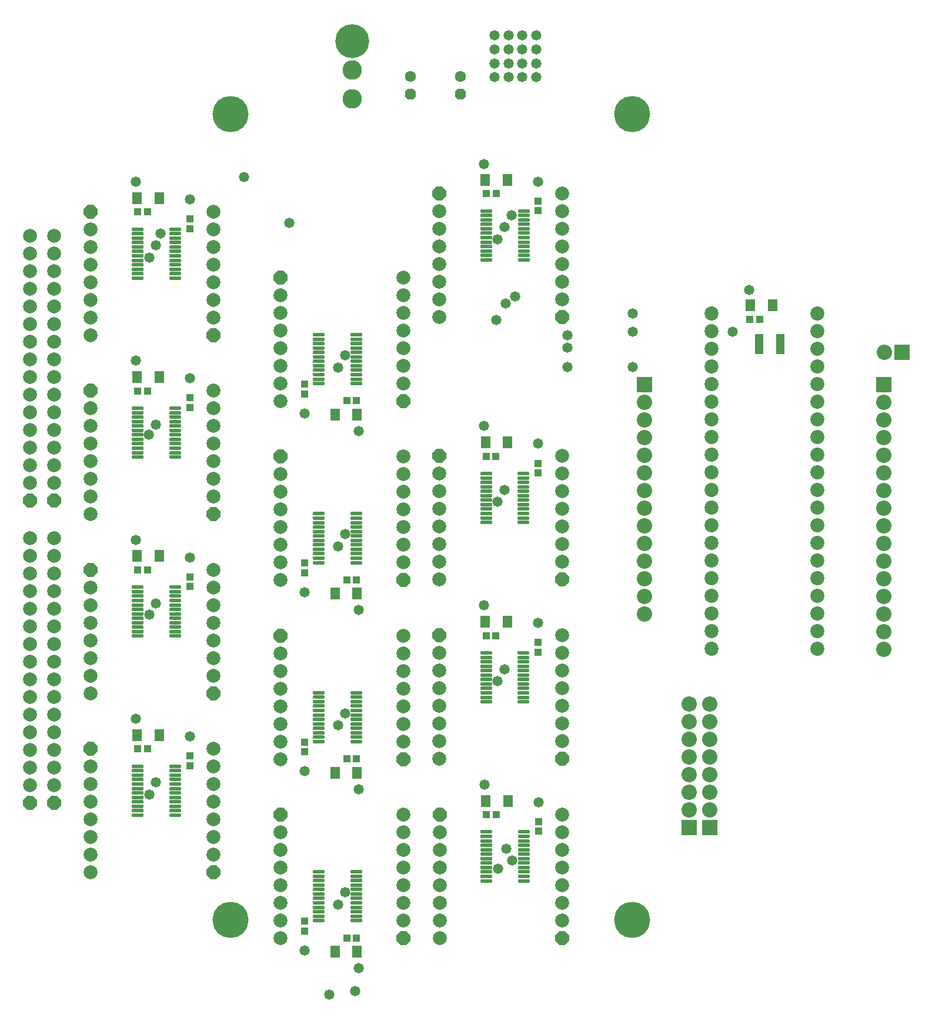
<source format=gts>
G04 Layer_Color=8388736*
%FSLAX44Y44*%
%MOMM*%
G71*
G01*
G75*
%ADD39O,1.7032X0.5432*%
%ADD40R,1.0532X1.0532*%
%ADD41R,1.4032X1.8032*%
%ADD42R,1.0532X1.0532*%
%ADD43R,1.2032X3.0032*%
%ADD44C,2.8032*%
%ADD45C,1.6032*%
%ADD46P,1.7353X8X112.5*%
%ADD47C,2.2032*%
%ADD48R,2.2032X2.2032*%
%ADD49C,2.0032*%
%ADD50P,2.1683X8X112.5*%
%ADD51C,2.0232*%
%ADD52R,2.2032X2.2032*%
%ADD53C,4.8832*%
%ADD54C,1.4732*%
%ADD55C,5.2032*%
D39*
X-108100Y192400D02*
D03*
Y198800D02*
D03*
Y205200D02*
D03*
Y211600D02*
D03*
Y218000D02*
D03*
Y224400D02*
D03*
Y230800D02*
D03*
Y237200D02*
D03*
Y243600D02*
D03*
Y250000D02*
D03*
Y256400D02*
D03*
Y262800D02*
D03*
X-162100Y192400D02*
D03*
Y198800D02*
D03*
Y205200D02*
D03*
Y211600D02*
D03*
Y218000D02*
D03*
Y224400D02*
D03*
Y230800D02*
D03*
Y237200D02*
D03*
Y243600D02*
D03*
Y250000D02*
D03*
Y256400D02*
D03*
Y262800D02*
D03*
X-423100Y-358400D02*
D03*
Y-364800D02*
D03*
Y-371200D02*
D03*
Y-377600D02*
D03*
Y-384000D02*
D03*
Y-390400D02*
D03*
Y-396800D02*
D03*
Y-403200D02*
D03*
Y-409600D02*
D03*
Y-416000D02*
D03*
Y-422400D02*
D03*
Y-428800D02*
D03*
X-369100Y-358400D02*
D03*
Y-364800D02*
D03*
Y-371200D02*
D03*
Y-377600D02*
D03*
Y-384000D02*
D03*
Y-390400D02*
D03*
Y-396800D02*
D03*
Y-403200D02*
D03*
Y-409600D02*
D03*
Y-416000D02*
D03*
Y-422400D02*
D03*
Y-428800D02*
D03*
X-423100Y-100700D02*
D03*
Y-107100D02*
D03*
Y-113500D02*
D03*
Y-119900D02*
D03*
Y-126300D02*
D03*
Y-132700D02*
D03*
Y-139100D02*
D03*
Y-145500D02*
D03*
Y-151900D02*
D03*
Y-158300D02*
D03*
Y-164700D02*
D03*
Y-171100D02*
D03*
X-369100Y-100700D02*
D03*
Y-107100D02*
D03*
Y-113500D02*
D03*
Y-119900D02*
D03*
Y-126300D02*
D03*
Y-132700D02*
D03*
Y-139100D02*
D03*
Y-145500D02*
D03*
Y-151900D02*
D03*
Y-158300D02*
D03*
Y-164700D02*
D03*
Y-171100D02*
D03*
X-423100Y157000D02*
D03*
Y150600D02*
D03*
Y144200D02*
D03*
Y137800D02*
D03*
Y131400D02*
D03*
Y125000D02*
D03*
Y118600D02*
D03*
Y112200D02*
D03*
Y105800D02*
D03*
Y99400D02*
D03*
Y93000D02*
D03*
Y86600D02*
D03*
X-369100Y157000D02*
D03*
Y150600D02*
D03*
Y144200D02*
D03*
Y137800D02*
D03*
Y131400D02*
D03*
Y125000D02*
D03*
Y118600D02*
D03*
Y112200D02*
D03*
Y105800D02*
D03*
Y99400D02*
D03*
Y93000D02*
D03*
Y86600D02*
D03*
X-423100Y414700D02*
D03*
Y408300D02*
D03*
Y401900D02*
D03*
Y395500D02*
D03*
Y389100D02*
D03*
Y382700D02*
D03*
Y376300D02*
D03*
Y369900D02*
D03*
Y363500D02*
D03*
Y357100D02*
D03*
Y350700D02*
D03*
Y344300D02*
D03*
X-369100Y414700D02*
D03*
Y408300D02*
D03*
Y401900D02*
D03*
Y395500D02*
D03*
Y389100D02*
D03*
Y382700D02*
D03*
Y376300D02*
D03*
Y369900D02*
D03*
Y363500D02*
D03*
Y357100D02*
D03*
Y350700D02*
D03*
Y344300D02*
D03*
X-108100Y-65300D02*
D03*
Y-58900D02*
D03*
Y-52500D02*
D03*
Y-46100D02*
D03*
Y-39700D02*
D03*
Y-33300D02*
D03*
Y-26900D02*
D03*
Y-20500D02*
D03*
Y-14100D02*
D03*
Y-7700D02*
D03*
Y-1300D02*
D03*
Y5100D02*
D03*
X-162100Y-65300D02*
D03*
Y-58900D02*
D03*
Y-52500D02*
D03*
Y-46100D02*
D03*
Y-39700D02*
D03*
Y-33300D02*
D03*
Y-26900D02*
D03*
Y-20500D02*
D03*
Y-14100D02*
D03*
Y-7700D02*
D03*
Y-1300D02*
D03*
Y5100D02*
D03*
X-108100Y-323000D02*
D03*
Y-316600D02*
D03*
Y-310200D02*
D03*
Y-303800D02*
D03*
Y-297400D02*
D03*
Y-291000D02*
D03*
Y-284600D02*
D03*
Y-278200D02*
D03*
Y-271800D02*
D03*
Y-265400D02*
D03*
Y-259000D02*
D03*
Y-252600D02*
D03*
X-162100Y-323000D02*
D03*
Y-316600D02*
D03*
Y-310200D02*
D03*
Y-303800D02*
D03*
Y-297400D02*
D03*
Y-291000D02*
D03*
Y-284600D02*
D03*
Y-278200D02*
D03*
Y-271800D02*
D03*
Y-265400D02*
D03*
Y-259000D02*
D03*
Y-252600D02*
D03*
X-108100Y-580700D02*
D03*
Y-574300D02*
D03*
Y-567900D02*
D03*
Y-561500D02*
D03*
Y-555100D02*
D03*
Y-548700D02*
D03*
Y-542300D02*
D03*
Y-535900D02*
D03*
Y-529500D02*
D03*
Y-523100D02*
D03*
Y-516700D02*
D03*
Y-510300D02*
D03*
X-162100Y-580700D02*
D03*
Y-574300D02*
D03*
Y-567900D02*
D03*
Y-561500D02*
D03*
Y-555100D02*
D03*
Y-548700D02*
D03*
Y-542300D02*
D03*
Y-535900D02*
D03*
Y-529500D02*
D03*
Y-523100D02*
D03*
Y-516700D02*
D03*
Y-510300D02*
D03*
X79250Y-453000D02*
D03*
Y-459400D02*
D03*
Y-465800D02*
D03*
Y-472200D02*
D03*
Y-478600D02*
D03*
Y-485000D02*
D03*
Y-491400D02*
D03*
Y-497800D02*
D03*
Y-504200D02*
D03*
Y-510600D02*
D03*
Y-517000D02*
D03*
Y-523400D02*
D03*
X133250Y-453000D02*
D03*
Y-459400D02*
D03*
Y-465800D02*
D03*
Y-472200D02*
D03*
Y-478600D02*
D03*
Y-485000D02*
D03*
Y-491400D02*
D03*
Y-497800D02*
D03*
Y-504200D02*
D03*
Y-510600D02*
D03*
Y-517000D02*
D03*
Y-523400D02*
D03*
X78600Y-195200D02*
D03*
Y-201600D02*
D03*
Y-208000D02*
D03*
Y-214400D02*
D03*
Y-220800D02*
D03*
Y-227200D02*
D03*
Y-233600D02*
D03*
Y-240000D02*
D03*
Y-246400D02*
D03*
Y-252800D02*
D03*
Y-259200D02*
D03*
Y-265600D02*
D03*
X132600Y-195200D02*
D03*
Y-201600D02*
D03*
Y-208000D02*
D03*
Y-214400D02*
D03*
Y-220800D02*
D03*
Y-227200D02*
D03*
Y-233600D02*
D03*
Y-240000D02*
D03*
Y-246400D02*
D03*
Y-252800D02*
D03*
Y-259200D02*
D03*
Y-265600D02*
D03*
X78650Y63000D02*
D03*
Y56600D02*
D03*
Y50200D02*
D03*
Y43800D02*
D03*
Y37400D02*
D03*
Y31000D02*
D03*
Y24600D02*
D03*
Y18200D02*
D03*
Y11800D02*
D03*
Y5400D02*
D03*
Y-1000D02*
D03*
Y-7400D02*
D03*
X132650Y63000D02*
D03*
Y56600D02*
D03*
Y50200D02*
D03*
Y43800D02*
D03*
Y37400D02*
D03*
Y31000D02*
D03*
Y24600D02*
D03*
Y18200D02*
D03*
Y11800D02*
D03*
Y5400D02*
D03*
Y-1000D02*
D03*
Y-7400D02*
D03*
X78900Y440900D02*
D03*
Y434500D02*
D03*
Y428100D02*
D03*
Y421700D02*
D03*
Y415300D02*
D03*
Y408900D02*
D03*
Y402500D02*
D03*
Y396100D02*
D03*
Y389700D02*
D03*
Y383300D02*
D03*
Y376900D02*
D03*
Y370500D02*
D03*
X132900Y440900D02*
D03*
Y434500D02*
D03*
Y428100D02*
D03*
Y421700D02*
D03*
Y415300D02*
D03*
Y408900D02*
D03*
Y402500D02*
D03*
Y396100D02*
D03*
Y389700D02*
D03*
Y383300D02*
D03*
Y376900D02*
D03*
Y370500D02*
D03*
D40*
X-348093Y-343593D02*
D03*
Y-357593D02*
D03*
Y-85893D02*
D03*
Y-99894D02*
D03*
Y171807D02*
D03*
Y157807D02*
D03*
Y429507D02*
D03*
Y415507D02*
D03*
X-183106Y177593D02*
D03*
Y191593D02*
D03*
Y-80106D02*
D03*
Y-66107D02*
D03*
Y-337807D02*
D03*
Y-323806D02*
D03*
X154256Y-438194D02*
D03*
Y-452193D02*
D03*
X153657Y77807D02*
D03*
Y63807D02*
D03*
X153400Y455200D02*
D03*
Y441200D02*
D03*
X-183106Y-595507D02*
D03*
Y-581507D02*
D03*
X153607Y-180394D02*
D03*
Y-194394D02*
D03*
D41*
X-424090Y-313600D02*
D03*
X-392090D02*
D03*
X-424090Y-55900D02*
D03*
X-392090D02*
D03*
X-424090Y201800D02*
D03*
X-392090D02*
D03*
X-424090Y459500D02*
D03*
X-392090D02*
D03*
X-107110Y147600D02*
D03*
X-139110D02*
D03*
X-107110Y-110100D02*
D03*
X-139110D02*
D03*
X-107110Y-367800D02*
D03*
X-139110D02*
D03*
X-107110Y-625500D02*
D03*
X-139110D02*
D03*
X78260Y-408200D02*
D03*
X110260D02*
D03*
X77610Y-150400D02*
D03*
X109610D02*
D03*
X77660Y107803D02*
D03*
X109660D02*
D03*
X77400Y485700D02*
D03*
X109400D02*
D03*
X491250Y305100D02*
D03*
X459250D02*
D03*
D42*
X-409090Y-333610D02*
D03*
X-423090D02*
D03*
X-409100Y-75887D02*
D03*
X-423100D02*
D03*
X-409090Y181790D02*
D03*
X-423090D02*
D03*
X-409090Y439490D02*
D03*
X-423090D02*
D03*
X-122110Y167610D02*
D03*
X-108110D02*
D03*
X-122110Y-90090D02*
D03*
X-108110D02*
D03*
X-122110Y-347790D02*
D03*
X-108110D02*
D03*
X-122110Y-605490D02*
D03*
X-108110D02*
D03*
X93250Y-428200D02*
D03*
X79250D02*
D03*
X92600Y-170400D02*
D03*
X78600D02*
D03*
X92660Y87803D02*
D03*
X78660D02*
D03*
X92900Y465700D02*
D03*
X78900D02*
D03*
X458250Y285100D02*
D03*
X472250D02*
D03*
D43*
X502000Y249000D02*
D03*
X472000D02*
D03*
D44*
X-114250Y643500D02*
D03*
Y602100D02*
D03*
D45*
X-30450Y634100D02*
D03*
X42050D02*
D03*
D46*
X-30450Y609100D02*
D03*
X42050D02*
D03*
D47*
X401000Y-269000D02*
D03*
Y-319800D02*
D03*
Y-396000D02*
D03*
Y-421400D02*
D03*
Y-370600D02*
D03*
Y-345200D02*
D03*
Y-294400D02*
D03*
X370600Y-268950D02*
D03*
Y-319750D02*
D03*
Y-395950D02*
D03*
Y-421350D02*
D03*
Y-370550D02*
D03*
Y-345150D02*
D03*
Y-294350D02*
D03*
X651500Y-88400D02*
D03*
Y-63000D02*
D03*
Y38600D02*
D03*
Y89400D02*
D03*
Y114800D02*
D03*
Y165600D02*
D03*
Y140200D02*
D03*
Y64000D02*
D03*
Y13200D02*
D03*
Y-37600D02*
D03*
Y-12200D02*
D03*
Y-113800D02*
D03*
Y-139200D02*
D03*
Y-164600D02*
D03*
Y-190000D02*
D03*
X652100Y237000D02*
D03*
X306500Y-138950D02*
D03*
Y-113550D02*
D03*
Y-11950D02*
D03*
Y-37350D02*
D03*
Y13450D02*
D03*
Y64250D02*
D03*
Y140450D02*
D03*
Y165850D02*
D03*
Y115050D02*
D03*
Y89650D02*
D03*
Y38850D02*
D03*
Y-62750D02*
D03*
Y-88150D02*
D03*
D48*
X401000Y-446800D02*
D03*
X370600Y-446750D02*
D03*
X651500Y191000D02*
D03*
X306500Y191250D02*
D03*
D49*
X-314000Y-333200D02*
D03*
Y-358600D02*
D03*
Y-409400D02*
D03*
Y-485600D02*
D03*
Y-460200D02*
D03*
Y-434800D02*
D03*
Y-384000D02*
D03*
X-217200Y167200D02*
D03*
Y192600D02*
D03*
Y243400D02*
D03*
Y319600D02*
D03*
Y294200D02*
D03*
Y268800D02*
D03*
Y218000D02*
D03*
X188350Y-427800D02*
D03*
Y-453200D02*
D03*
Y-504000D02*
D03*
Y-580200D02*
D03*
Y-554800D02*
D03*
Y-529400D02*
D03*
Y-478600D02*
D03*
X-490700Y-511000D02*
D03*
Y-485600D02*
D03*
Y-434800D02*
D03*
Y-358600D02*
D03*
Y-384000D02*
D03*
Y-409400D02*
D03*
Y-460200D02*
D03*
X-40500Y345000D02*
D03*
Y319600D02*
D03*
Y268800D02*
D03*
Y192600D02*
D03*
Y218000D02*
D03*
Y243400D02*
D03*
Y294200D02*
D03*
X11650Y-605600D02*
D03*
Y-580200D02*
D03*
Y-529400D02*
D03*
Y-453200D02*
D03*
Y-478600D02*
D03*
Y-504000D02*
D03*
Y-554800D02*
D03*
X-314000Y-75500D02*
D03*
Y-100900D02*
D03*
Y-151700D02*
D03*
Y-227900D02*
D03*
Y-202500D02*
D03*
Y-177100D02*
D03*
Y-126300D02*
D03*
X-217200Y-90500D02*
D03*
Y-65100D02*
D03*
Y-14300D02*
D03*
Y61900D02*
D03*
Y36500D02*
D03*
Y11100D02*
D03*
Y-39700D02*
D03*
X187700Y-170000D02*
D03*
Y-195400D02*
D03*
Y-246200D02*
D03*
Y-322400D02*
D03*
Y-297000D02*
D03*
Y-271600D02*
D03*
Y-220800D02*
D03*
X-490700Y-253300D02*
D03*
Y-227900D02*
D03*
Y-177100D02*
D03*
Y-100900D02*
D03*
Y-126300D02*
D03*
Y-151700D02*
D03*
Y-202500D02*
D03*
X-40500Y87300D02*
D03*
Y61900D02*
D03*
Y11100D02*
D03*
Y-65100D02*
D03*
Y-39700D02*
D03*
Y-14300D02*
D03*
Y36500D02*
D03*
X11000Y-347800D02*
D03*
Y-322400D02*
D03*
Y-271600D02*
D03*
Y-195400D02*
D03*
Y-220800D02*
D03*
Y-246200D02*
D03*
Y-297000D02*
D03*
X-314000Y182200D02*
D03*
Y156800D02*
D03*
Y106000D02*
D03*
Y29800D02*
D03*
Y55200D02*
D03*
Y80600D02*
D03*
Y131400D02*
D03*
X-217200Y-348200D02*
D03*
Y-322800D02*
D03*
Y-272000D02*
D03*
Y-195800D02*
D03*
Y-221200D02*
D03*
Y-246600D02*
D03*
Y-297400D02*
D03*
X187750Y88200D02*
D03*
Y62800D02*
D03*
Y12000D02*
D03*
Y-64200D02*
D03*
Y-38800D02*
D03*
Y-13400D02*
D03*
Y37400D02*
D03*
X-490700Y4400D02*
D03*
Y29800D02*
D03*
Y80600D02*
D03*
Y156800D02*
D03*
Y131400D02*
D03*
Y106000D02*
D03*
Y55200D02*
D03*
X-40500Y-170400D02*
D03*
Y-195800D02*
D03*
Y-246600D02*
D03*
Y-322800D02*
D03*
Y-297400D02*
D03*
Y-272000D02*
D03*
Y-221200D02*
D03*
X11050Y-89600D02*
D03*
Y-64200D02*
D03*
Y-13400D02*
D03*
Y62800D02*
D03*
Y37400D02*
D03*
Y12000D02*
D03*
Y-38800D02*
D03*
X-314000Y439900D02*
D03*
Y414500D02*
D03*
Y363700D02*
D03*
Y287500D02*
D03*
Y312900D02*
D03*
Y338300D02*
D03*
Y389100D02*
D03*
X-217200Y-605900D02*
D03*
Y-580500D02*
D03*
Y-529700D02*
D03*
Y-453500D02*
D03*
Y-478900D02*
D03*
Y-504300D02*
D03*
Y-555100D02*
D03*
X188000Y466100D02*
D03*
Y440700D02*
D03*
Y389900D02*
D03*
Y313700D02*
D03*
Y339100D02*
D03*
Y364500D02*
D03*
Y415300D02*
D03*
X-490700Y262100D02*
D03*
Y287500D02*
D03*
Y338300D02*
D03*
Y414500D02*
D03*
Y389100D02*
D03*
Y363700D02*
D03*
Y312900D02*
D03*
X-40500Y-428100D02*
D03*
Y-453500D02*
D03*
Y-504300D02*
D03*
Y-580500D02*
D03*
Y-555100D02*
D03*
Y-529700D02*
D03*
Y-478900D02*
D03*
X11300Y288300D02*
D03*
Y313700D02*
D03*
Y364500D02*
D03*
Y440700D02*
D03*
Y415300D02*
D03*
Y389900D02*
D03*
Y339100D02*
D03*
X-578500Y-30000D02*
D03*
Y-55400D02*
D03*
Y-80800D02*
D03*
Y-106200D02*
D03*
Y-131600D02*
D03*
Y-157000D02*
D03*
Y-385600D02*
D03*
Y-360200D02*
D03*
Y-334800D02*
D03*
Y-309400D02*
D03*
Y-284000D02*
D03*
Y-258600D02*
D03*
Y-233200D02*
D03*
Y-207800D02*
D03*
Y-182400D02*
D03*
X-543500Y-30000D02*
D03*
Y-55400D02*
D03*
Y-80800D02*
D03*
Y-106200D02*
D03*
Y-131600D02*
D03*
Y-157000D02*
D03*
Y-385600D02*
D03*
Y-360200D02*
D03*
Y-334800D02*
D03*
Y-309400D02*
D03*
Y-284000D02*
D03*
Y-258600D02*
D03*
Y-233200D02*
D03*
Y-207800D02*
D03*
Y-182400D02*
D03*
Y405000D02*
D03*
Y379600D02*
D03*
Y354200D02*
D03*
Y328800D02*
D03*
Y303400D02*
D03*
Y278000D02*
D03*
Y49400D02*
D03*
Y74800D02*
D03*
Y100200D02*
D03*
Y125600D02*
D03*
Y151000D02*
D03*
Y176400D02*
D03*
Y201800D02*
D03*
Y227200D02*
D03*
Y252600D02*
D03*
X-578500Y405000D02*
D03*
Y379600D02*
D03*
Y354200D02*
D03*
Y328800D02*
D03*
Y303400D02*
D03*
Y278000D02*
D03*
Y49400D02*
D03*
Y74800D02*
D03*
Y100200D02*
D03*
Y125600D02*
D03*
Y151000D02*
D03*
Y176400D02*
D03*
Y201800D02*
D03*
Y227200D02*
D03*
Y252600D02*
D03*
D50*
X-314000Y-511000D02*
D03*
X-217200Y345000D02*
D03*
X188350Y-605600D02*
D03*
X-490700Y-333200D02*
D03*
X-40500Y167200D02*
D03*
X11650Y-427800D02*
D03*
X-314000Y-253300D02*
D03*
X-217200Y87300D02*
D03*
X187700Y-347800D02*
D03*
X-490700Y-75500D02*
D03*
X-40500Y-90500D02*
D03*
X11000Y-170000D02*
D03*
X-314000Y4400D02*
D03*
X-217200Y-170400D02*
D03*
X187750Y-89600D02*
D03*
X-490700Y182200D02*
D03*
X-40500Y-348200D02*
D03*
X11050Y88200D02*
D03*
X-314000Y262100D02*
D03*
X-217200Y-428100D02*
D03*
X188000Y288300D02*
D03*
X-490700Y439900D02*
D03*
X-40500Y-605900D02*
D03*
X11300Y466100D02*
D03*
X-578500Y-411000D02*
D03*
X-543500D02*
D03*
Y24000D02*
D03*
X-578500D02*
D03*
D51*
X555250Y-189500D02*
D03*
Y-164100D02*
D03*
Y-138700D02*
D03*
Y-113300D02*
D03*
Y-87900D02*
D03*
Y-62500D02*
D03*
Y-37100D02*
D03*
Y-11700D02*
D03*
Y13700D02*
D03*
Y293100D02*
D03*
Y267700D02*
D03*
Y242300D02*
D03*
Y216900D02*
D03*
Y191500D02*
D03*
Y166100D02*
D03*
Y140700D02*
D03*
Y115300D02*
D03*
Y89900D02*
D03*
Y64500D02*
D03*
Y39100D02*
D03*
X402850Y-189500D02*
D03*
Y-164100D02*
D03*
Y-138700D02*
D03*
Y-113300D02*
D03*
Y-87900D02*
D03*
Y-62500D02*
D03*
Y-37100D02*
D03*
Y-11700D02*
D03*
Y13700D02*
D03*
Y293100D02*
D03*
Y267700D02*
D03*
Y242300D02*
D03*
Y216900D02*
D03*
Y191500D02*
D03*
Y166100D02*
D03*
Y140700D02*
D03*
Y115300D02*
D03*
Y89900D02*
D03*
Y64500D02*
D03*
Y39100D02*
D03*
D52*
X677500Y237000D02*
D03*
D53*
X-114250Y685500D02*
D03*
D54*
X130750Y633500D02*
D03*
X-270000Y490000D02*
D03*
X-406600Y-140000D02*
D03*
X-406710Y118770D02*
D03*
X-406600Y373800D02*
D03*
X-205000Y424000D02*
D03*
X196000Y216000D02*
D03*
Y244000D02*
D03*
X93000Y284000D02*
D03*
X107000Y308000D02*
D03*
X-147000Y-687000D02*
D03*
X-110000Y-682000D02*
D03*
X95640Y-505856D02*
D03*
X-390100Y408300D02*
D03*
X116000Y-494000D02*
D03*
X105150Y39600D02*
D03*
X95150Y22100D02*
D03*
X153660Y105803D02*
D03*
X-396600Y133600D02*
D03*
X-105110Y124097D02*
D03*
X-124600Y233300D02*
D03*
X-406600Y-399300D02*
D03*
X-396600Y-381800D02*
D03*
Y-124100D02*
D03*
Y391300D02*
D03*
X-124600Y-539800D02*
D03*
Y-282100D02*
D03*
X-134600Y-299600D02*
D03*
X-124600Y-24400D02*
D03*
X-134600Y-41900D02*
D03*
Y215800D02*
D03*
X107500Y-477499D02*
D03*
X105100Y-218600D02*
D03*
X95100Y-236100D02*
D03*
X75660Y131303D02*
D03*
X-183110Y-365803D02*
D03*
X-348090Y199803D02*
D03*
X-183110Y-623503D02*
D03*
X-348090Y457503D02*
D03*
X-183110Y-108103D02*
D03*
X-348090Y-57897D02*
D03*
X154260Y-410197D02*
D03*
X-183110Y149597D02*
D03*
X-348090Y-315597D02*
D03*
X153610Y-152397D02*
D03*
X-105110Y-391303D02*
D03*
X-426090Y225303D02*
D03*
X-105110Y-649003D02*
D03*
X-426090Y483003D02*
D03*
X-105110Y-133603D02*
D03*
X-426090Y-32397D02*
D03*
X76260Y-384697D02*
D03*
X-426090Y-290097D02*
D03*
X75610Y-126897D02*
D03*
X95400Y400000D02*
D03*
X457250Y327000D02*
D03*
X90750Y633500D02*
D03*
X110750D02*
D03*
X90750Y653500D02*
D03*
X130750Y673500D02*
D03*
Y693500D02*
D03*
X150750D02*
D03*
Y673500D02*
D03*
X130750Y653500D02*
D03*
X150750Y633500D02*
D03*
Y653500D02*
D03*
X110750D02*
D03*
Y673500D02*
D03*
Y693500D02*
D03*
X90750D02*
D03*
Y673500D02*
D03*
X105400Y417500D02*
D03*
X115400Y435000D02*
D03*
X153400Y483200D02*
D03*
X75900Y508200D02*
D03*
X-134600Y-557300D02*
D03*
X196000Y262000D02*
D03*
X120000Y318000D02*
D03*
X290000Y216000D02*
D03*
Y267000D02*
D03*
Y293000D02*
D03*
X434000Y267100D02*
D03*
D55*
X-289000Y580000D02*
D03*
X289000D02*
D03*
X-289000Y-580000D02*
D03*
X289000D02*
D03*
M02*

</source>
